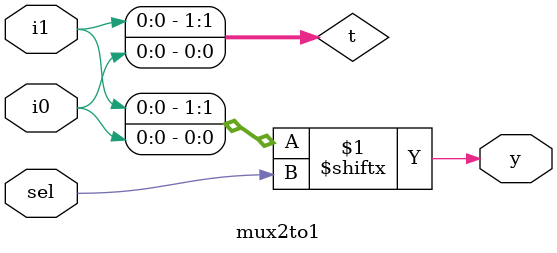
<source format=v>
module mux2to1(input i0,i1,sel,output y);
wire [1:0]t;
assign t={i1,i0};
assign y=t[sel];
endmodule

</source>
